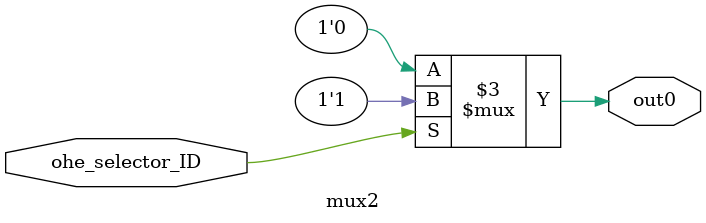
<source format=v>




`timescale 1ns/1ps

// module mux2 : mux_diid mux_ocd_swbreak_req
module mux2
  ( input      ohe_selector_ID,
    output reg out0 // bool diid ocd_swbreak_req
  );


  always @ (*)

  begin : p_mux2

    out0 = 1'b0; // hw_init // 1:diid 2:ocd_swbreak_req


    if (ohe_selector_ID) // 1:(diid_copy0___CTbool_cstV1_ID)
                         // 2:(ocd_swbreak_req_copy0___CTbool_cstV1_ID)
    begin
      // [move.n:84][control.n:76][control.n:92][control.n:142][control.n:161][control.n:221][control.n:250]
      out0 = 1'b1;
    end

  end

endmodule

</source>
